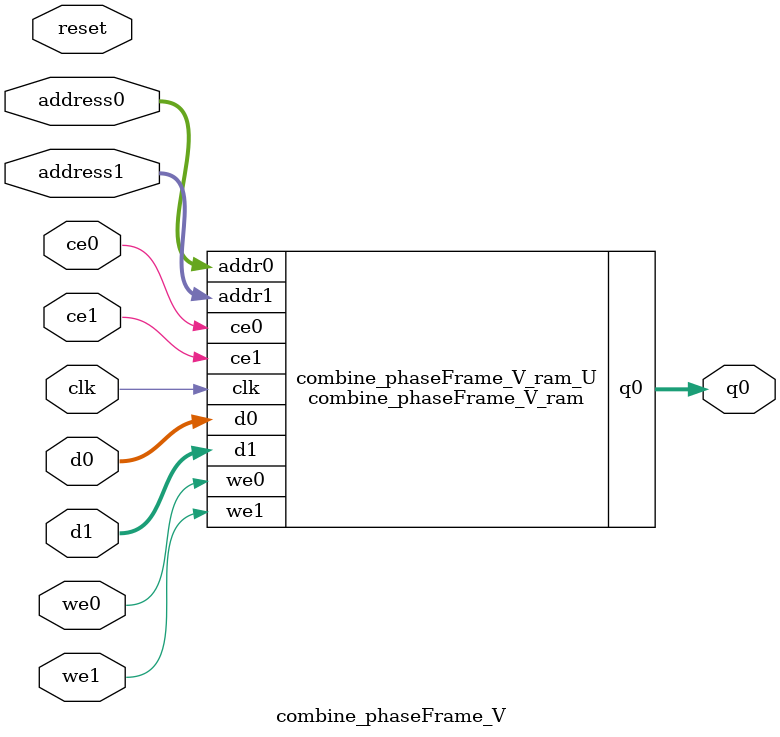
<source format=v>

`timescale 1 ns / 1 ps
module combine_phaseFrame_V_ram (addr0, ce0, d0, we0, q0, addr1, ce1, d1, we1,  clk);

parameter DWIDTH = 26;
parameter AWIDTH = 10;
parameter MEM_SIZE = 1024;

input[AWIDTH-1:0] addr0;
input ce0;
input[DWIDTH-1:0] d0;
input we0;
output reg[DWIDTH-1:0] q0;
input[AWIDTH-1:0] addr1;
input ce1;
input[DWIDTH-1:0] d1;
input we1;
input clk;

(* ram_style = "block" *)reg [DWIDTH-1:0] ram[MEM_SIZE-1:0];




always @(posedge clk)  
begin 
    if (ce0) 
    begin
        if (we0) 
        begin 
            ram[addr0] <= d0; 
            q0 <= d0;
        end 
        else 
            q0 <= ram[addr0];
    end
end


always @(posedge clk)  
begin 
    if (ce1) 
    begin
        if (we1) 
        begin 
            ram[addr1] <= d1; 
        end 
    end
end


endmodule


`timescale 1 ns / 1 ps
module combine_phaseFrame_V(
    reset,
    clk,
    address0,
    ce0,
    we0,
    d0,
    q0,
    address1,
    ce1,
    we1,
    d1);

parameter DataWidth = 32'd26;
parameter AddressRange = 32'd1024;
parameter AddressWidth = 32'd10;
input reset;
input clk;
input[AddressWidth - 1:0] address0;
input ce0;
input we0;
input[DataWidth - 1:0] d0;
output[DataWidth - 1:0] q0;
input[AddressWidth - 1:0] address1;
input ce1;
input we1;
input[DataWidth - 1:0] d1;




combine_phaseFrame_V_ram combine_phaseFrame_V_ram_U(
    .clk( clk ),
    .addr0( address0 ),
    .ce0( ce0 ),
    .d0( d0 ),
    .we0( we0 ),
    .q0( q0 ),
    .addr1( address1 ),
    .ce1( ce1 ),
    .d1( d1 ),
    .we1( we1 ));

endmodule


</source>
